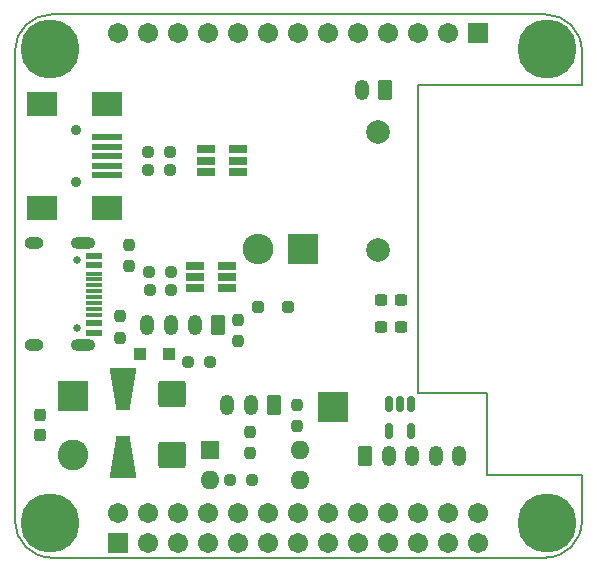
<source format=gbr>
G04 #@! TF.GenerationSoftware,KiCad,Pcbnew,8.99.0-unknown*
G04 #@! TF.CreationDate,2024-03-12T12:42:11+03:00*
G04 #@! TF.ProjectId,opi-hat,6f70692d-6861-4742-9e6b-696361645f70,rev?*
G04 #@! TF.SameCoordinates,Original*
G04 #@! TF.FileFunction,Soldermask,Bot*
G04 #@! TF.FilePolarity,Negative*
%FSLAX46Y46*%
G04 Gerber Fmt 4.6, Leading zero omitted, Abs format (unit mm)*
G04 Created by KiCad (PCBNEW 8.99.0-unknown) date 2024-03-12 12:42:11*
%MOMM*%
%LPD*%
G01*
G04 APERTURE LIST*
G04 Aperture macros list*
%AMRoundRect*
0 Rectangle with rounded corners*
0 $1 Rounding radius*
0 $2 $3 $4 $5 $6 $7 $8 $9 X,Y pos of 4 corners*
0 Add a 4 corners polygon primitive as box body*
4,1,4,$2,$3,$4,$5,$6,$7,$8,$9,$2,$3,0*
0 Add four circle primitives for the rounded corners*
1,1,$1+$1,$2,$3*
1,1,$1+$1,$4,$5*
1,1,$1+$1,$6,$7*
1,1,$1+$1,$8,$9*
0 Add four rect primitives between the rounded corners*
20,1,$1+$1,$2,$3,$4,$5,0*
20,1,$1+$1,$4,$5,$6,$7,0*
20,1,$1+$1,$6,$7,$8,$9,0*
20,1,$1+$1,$8,$9,$2,$3,0*%
%AMOutline4P*
0 Free polygon, 4 corners , with rotation*
0 The origin of the aperture is its center*
0 number of corners: always 4*
0 $1 to $8 corner X, Y*
0 $9 Rotation angle, in degrees counterclockwise*
0 create outline with 4 corners*
4,1,4,$1,$2,$3,$4,$5,$6,$7,$8,$1,$2,$9*%
G04 Aperture macros list end*
%ADD10C,5.000000*%
%ADD11RoundRect,0.101600X-0.754000X-0.754000X0.754000X-0.754000X0.754000X0.754000X-0.754000X0.754000X0*%
%ADD12C,1.711200*%
%ADD13RoundRect,0.250000X0.350000X0.625000X-0.350000X0.625000X-0.350000X-0.625000X0.350000X-0.625000X0*%
%ADD14O,1.200000X1.750000*%
%ADD15R,2.600000X2.600000*%
%ADD16O,2.600000X2.600000*%
%ADD17RoundRect,0.250000X-0.350000X-0.625000X0.350000X-0.625000X0.350000X0.625000X-0.350000X0.625000X0*%
%ADD18C,2.600000*%
%ADD19C,2.000000*%
%ADD20R,1.600000X1.600000*%
%ADD21O,1.600000X1.600000*%
%ADD22R,2.500000X2.500000*%
%ADD23RoundRect,0.237500X0.237500X-0.300000X0.237500X0.300000X-0.237500X0.300000X-0.237500X-0.300000X0*%
%ADD24RoundRect,0.237500X-0.237500X0.250000X-0.237500X-0.250000X0.237500X-0.250000X0.237500X0.250000X0*%
%ADD25R,1.560000X0.650000*%
%ADD26RoundRect,0.237500X-0.250000X-0.237500X0.250000X-0.237500X0.250000X0.237500X-0.250000X0.237500X0*%
%ADD27RoundRect,0.237500X0.300000X0.237500X-0.300000X0.237500X-0.300000X-0.237500X0.300000X-0.237500X0*%
%ADD28RoundRect,0.237500X0.250000X0.237500X-0.250000X0.237500X-0.250000X-0.237500X0.250000X-0.237500X0*%
%ADD29C,0.900000*%
%ADD30R,2.500000X0.500000*%
%ADD31R,2.500000X2.000000*%
%ADD32RoundRect,0.250000X-0.250000X-0.250000X0.250000X-0.250000X0.250000X0.250000X-0.250000X0.250000X0*%
%ADD33RoundRect,0.237500X0.237500X-0.250000X0.237500X0.250000X-0.237500X0.250000X-0.237500X-0.250000X0*%
%ADD34Outline4P,-1.800000X-1.150000X1.800000X-0.550000X1.800000X0.550000X-1.800000X1.150000X90.000000*%
%ADD35Outline4P,-1.800000X-1.150000X1.800000X-0.550000X1.800000X0.550000X-1.800000X1.150000X270.000000*%
%ADD36C,0.650000*%
%ADD37R,1.450000X0.600000*%
%ADD38R,1.450000X0.300000*%
%ADD39O,1.600000X1.000000*%
%ADD40O,2.100000X1.000000*%
%ADD41RoundRect,0.150000X-0.150000X0.512500X-0.150000X-0.512500X0.150000X-0.512500X0.150000X0.512500X0*%
%ADD42R,1.000000X1.000000*%
%ADD43RoundRect,0.250000X0.925000X-0.875000X0.925000X0.875000X-0.925000X0.875000X-0.925000X-0.875000X0*%
G04 #@! TA.AperFunction,Profile*
%ADD44C,0.127000*%
G04 #@! TD*
G04 APERTURE END LIST*
D10*
X84625794Y-54431488D03*
X84625794Y-94542406D03*
X126736709Y-54431488D03*
X126736709Y-94542406D03*
D11*
X90441253Y-96236509D03*
D12*
X90441253Y-93696509D03*
X92981253Y-96236509D03*
X92981253Y-93696509D03*
X95521253Y-96236509D03*
X95521253Y-93696509D03*
X98061253Y-96236509D03*
X98061253Y-93696509D03*
X100601253Y-96236509D03*
X100601253Y-93696509D03*
X103141253Y-96236509D03*
X103141253Y-93696509D03*
X105681253Y-96236509D03*
X105681253Y-93696509D03*
X108221253Y-96236509D03*
X108221253Y-93696509D03*
X110761253Y-96236509D03*
X110761253Y-93696509D03*
X113301253Y-96236509D03*
X113301253Y-93696509D03*
X115841253Y-96236509D03*
X115841253Y-93696509D03*
X118381253Y-96236509D03*
X118381253Y-93696509D03*
X120921253Y-96236509D03*
X120921253Y-93696509D03*
D11*
X120921253Y-53056509D03*
D12*
X118381253Y-53056509D03*
X115841253Y-53056509D03*
X113301253Y-53056509D03*
X110761253Y-53056509D03*
X108221253Y-53056509D03*
X105681253Y-53056509D03*
X103141253Y-53056509D03*
X100601253Y-53056509D03*
X98061253Y-53056509D03*
X95521253Y-53056509D03*
X92981253Y-53056509D03*
X90441253Y-53056509D03*
D13*
X113030000Y-57912000D03*
D14*
X111030000Y-57912000D03*
D15*
X106045000Y-71374000D03*
D16*
X102235000Y-71374000D03*
D17*
X111316000Y-88858000D03*
D14*
X113316000Y-88858000D03*
X115316000Y-88858000D03*
X117316000Y-88858000D03*
X119316000Y-88858000D03*
D15*
X86563000Y-83820000D03*
D18*
X86563000Y-88820000D03*
D19*
X112395000Y-61421000D03*
X112395000Y-71421000D03*
D20*
X98171000Y-88392000D03*
D21*
X98171000Y-90932000D03*
X105791000Y-90932000D03*
X105791000Y-88392000D03*
D22*
X108585000Y-84709000D03*
D13*
X103632000Y-84582000D03*
D14*
X101632000Y-84582000D03*
X99632000Y-84582000D03*
D13*
X98885000Y-77766000D03*
D14*
X96885000Y-77766000D03*
X94885000Y-77766000D03*
X92885000Y-77766000D03*
D23*
X83820000Y-87095500D03*
X83820000Y-85370500D03*
D24*
X100584000Y-77343000D03*
X100584000Y-79168000D03*
D25*
X96901000Y-74671000D03*
X96901000Y-73721000D03*
X96901000Y-72771000D03*
X99601000Y-72771000D03*
X99601000Y-73721000D03*
X99601000Y-74671000D03*
D26*
X92940500Y-63119000D03*
X94765500Y-63119000D03*
D27*
X114400500Y-77978000D03*
X112675500Y-77978000D03*
D26*
X93091000Y-74803000D03*
X94916000Y-74803000D03*
X92940500Y-64643000D03*
X94765500Y-64643000D03*
D28*
X101750500Y-90932000D03*
X99925500Y-90932000D03*
D29*
X86877000Y-65700000D03*
X86877000Y-61300000D03*
D30*
X89477000Y-65100000D03*
X89477000Y-64300000D03*
X89477000Y-63500000D03*
X89477000Y-62700000D03*
X89477000Y-61900000D03*
D31*
X83977000Y-67900000D03*
X89477000Y-67900000D03*
X83977000Y-59100000D03*
X89477000Y-59100000D03*
D32*
X102300000Y-76225400D03*
X104800000Y-76225400D03*
D33*
X91313000Y-72818000D03*
X91313000Y-70993000D03*
D26*
X96346000Y-80899000D03*
X98171000Y-80899000D03*
D24*
X90551000Y-77042000D03*
X90551000Y-78867000D03*
D25*
X97837000Y-64831000D03*
X97837000Y-63881000D03*
X97837000Y-62931000D03*
X100537000Y-62931000D03*
X100537000Y-63881000D03*
X100537000Y-64831000D03*
D27*
X114400500Y-75692000D03*
X112675500Y-75692000D03*
D26*
X93044000Y-73279000D03*
X94869000Y-73279000D03*
D24*
X105537000Y-84535000D03*
X105537000Y-86360000D03*
D34*
X90805000Y-88985000D03*
D35*
X90805000Y-83185000D03*
D36*
X86928000Y-78074000D03*
X86928000Y-72294000D03*
D37*
X88373000Y-78434000D03*
X88373000Y-77634000D03*
D38*
X88373000Y-76434000D03*
X88373000Y-75434000D03*
X88373000Y-74934000D03*
X88373000Y-73934000D03*
D37*
X88373000Y-72734000D03*
X88373000Y-71934000D03*
X88373000Y-71934000D03*
X88373000Y-72734000D03*
D38*
X88373000Y-73434000D03*
X88373000Y-74434000D03*
X88373000Y-75934000D03*
X88373000Y-76934000D03*
D37*
X88373000Y-77634000D03*
X88373000Y-78434000D03*
D39*
X83278000Y-79504000D03*
D40*
X87458000Y-79504000D03*
D39*
X83278000Y-70864000D03*
D40*
X87458000Y-70864000D03*
D41*
X113350000Y-84460500D03*
X114300000Y-84460500D03*
X115250000Y-84460500D03*
X115250000Y-86735500D03*
X113350000Y-86735500D03*
D24*
X101600000Y-86844500D03*
X101600000Y-88669500D03*
D42*
X94742000Y-80264000D03*
X92242000Y-80264000D03*
D43*
X94996000Y-88773000D03*
X94996000Y-83673000D03*
D44*
X81681300Y-54586900D02*
X81681300Y-94386900D01*
X84781300Y-97486899D02*
X126581299Y-97486899D01*
X115841253Y-57501509D02*
X115841253Y-83536509D01*
X115841253Y-83536509D02*
X121683253Y-83536509D01*
X121683253Y-83536509D02*
X121683253Y-90521509D01*
X121683253Y-90521509D02*
X129684253Y-90521509D01*
X126581299Y-51486900D02*
X84781300Y-51486900D01*
X129681299Y-57501509D02*
X115841253Y-57501509D01*
X129681299Y-57501509D02*
X129681299Y-54586900D01*
X129684253Y-90521509D02*
X129684253Y-94382309D01*
X81681300Y-54586900D02*
G75*
G02*
X84781300Y-51486900I3100000J0D01*
G01*
X84781300Y-97486900D02*
G75*
G02*
X81681300Y-94386900I0J3100000D01*
G01*
X126581299Y-51486900D02*
G75*
G02*
X129681302Y-54586900I4J-3099999D01*
G01*
X129681298Y-94386900D02*
G75*
G02*
X126581299Y-97486894I-3099995J1D01*
G01*
M02*

</source>
